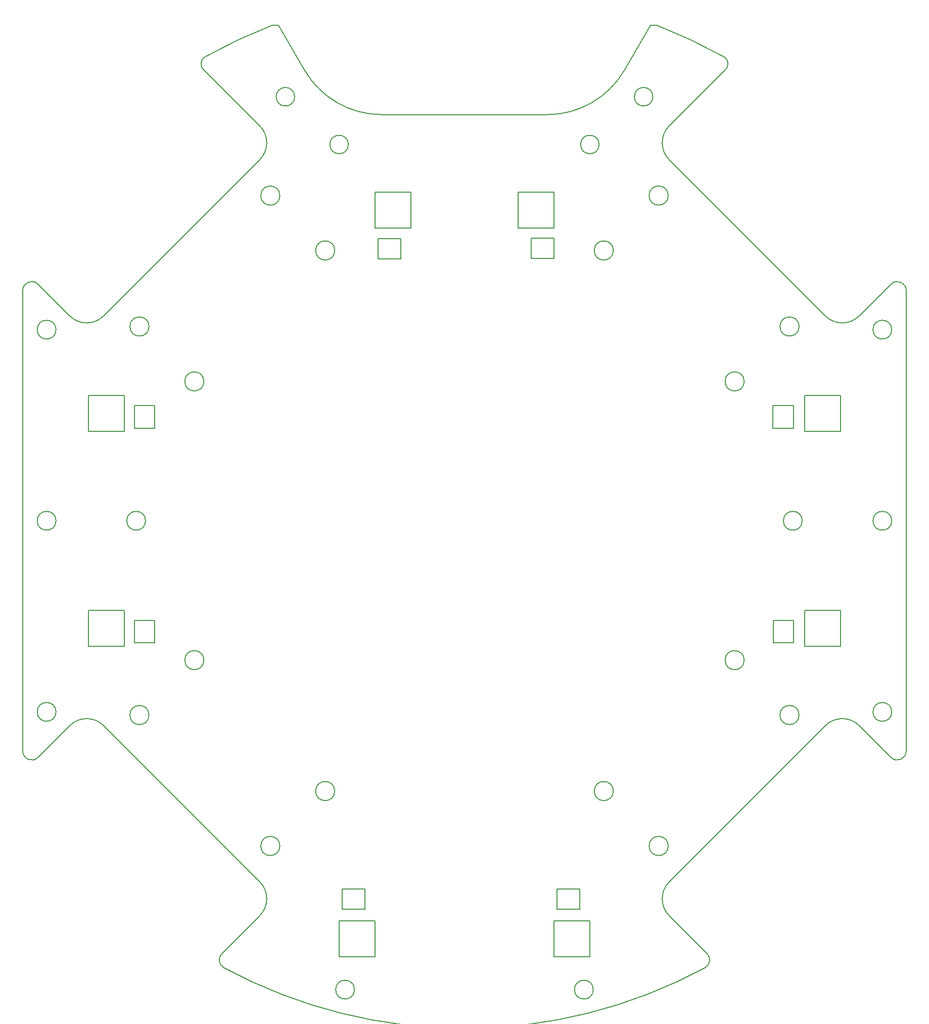
<source format=gm1>
%TF.GenerationSoftware,KiCad,Pcbnew,7.0.9*%
%TF.CreationDate,2024-01-03T16:13:27+08:00*%
%TF.ProjectId,bottom-rounded,626f7474-6f6d-42d7-926f-756e6465642e,rev?*%
%TF.SameCoordinates,Original*%
%TF.FileFunction,Profile,NP*%
%FSLAX46Y46*%
G04 Gerber Fmt 4.6, Leading zero omitted, Abs format (unit mm)*
G04 Created by KiCad (PCBNEW 7.0.9) date 2024-01-03 16:13:27*
%MOMM*%
%LPD*%
G01*
G04 APERTURE LIST*
%TA.AperFunction,Profile*%
%ADD10C,0.200000*%
%TD*%
%ADD11C,0.200000*%
%TA.AperFunction,Profile*%
%ADD12C,0.150000*%
%TD*%
G04 APERTURE END LIST*
D10*
X124294676Y-33885513D02*
G75*
G03*
X124294679Y-39542370I2828424J-2828427D01*
G01*
X161439327Y-139619548D02*
G75*
G03*
X164000000Y-138558875I1060673J1060648D01*
G01*
X18560660Y-139619535D02*
X23885516Y-134294679D01*
X27000000Y-121000000D02*
X27000000Y-115000000D01*
X114934524Y-54745166D02*
G75*
G03*
X114934524Y-54745166I-1600000J0D01*
G01*
X36575000Y-100000000D02*
G75*
G03*
X36575000Y-100000000I-1575000J0D01*
G01*
X161439340Y-60380465D02*
X156114484Y-65705321D01*
X99000000Y-51000000D02*
X99000000Y-45000000D01*
X27000000Y-79000000D02*
X33000000Y-79000000D01*
X23885516Y-65705321D02*
G75*
G03*
X29542370Y-65705321I2828427J2828426D01*
G01*
X130642065Y-172461870D02*
X124294679Y-166114484D01*
X111000000Y-167000000D02*
X111000000Y-173000000D01*
X156114484Y-134294679D02*
G75*
G03*
X150457630Y-134294679I-2828427J-2828426D01*
G01*
D11*
X45989429Y-23009539D02*
X46073919Y-22819760D01*
X46190066Y-22643338D01*
X46244074Y-22579821D01*
D10*
X146575000Y-100000000D02*
G75*
G03*
X146575000Y-100000000I-1575000J0D01*
G01*
X146047222Y-67473088D02*
G75*
G03*
X146047222Y-67473088I-1600000J0D01*
G01*
X46410953Y-24591148D02*
X55705321Y-33885516D01*
X37152778Y-132526912D02*
G75*
G03*
X37152778Y-132526912I-1600000J0D01*
G01*
X124294679Y-160457630D02*
X150457630Y-134294679D01*
X103839746Y-32000000D02*
G75*
G03*
X116830127Y-24500000I-6J15000010D01*
G01*
X49357903Y-172461838D02*
G75*
G03*
X49707552Y-174843293I1060697J-1060662D01*
G01*
X27000000Y-115000000D02*
X33000000Y-115000000D01*
X124294682Y-160457633D02*
G75*
G03*
X124294679Y-166114484I2828438J-2828427D01*
G01*
X68265476Y-54745166D02*
G75*
G03*
X68265476Y-54745166I-1600000J0D01*
G01*
X33000000Y-115000000D02*
X33000000Y-121000000D01*
X69000000Y-167000000D02*
X75000000Y-167000000D01*
X164000000Y-138558875D02*
X164000000Y-61441125D01*
X29542370Y-134294679D02*
X55705321Y-160457630D01*
X124294679Y-33885516D02*
X133589047Y-24591148D01*
D11*
X133257445Y-22219582D02*
X133432164Y-22320241D01*
X133605089Y-22439842D01*
X133752387Y-22575963D01*
X133798647Y-22629296D01*
D10*
X63169873Y-24500000D02*
X58839746Y-17000000D01*
X37152778Y-67473088D02*
G75*
G03*
X37152778Y-67473088I-1600000J0D01*
G01*
X161575000Y-68000000D02*
G75*
G03*
X161575000Y-68000000I-1575000J0D01*
G01*
X81000000Y-45000000D02*
X81000000Y-51000000D01*
X161575000Y-100000000D02*
G75*
G03*
X161575000Y-100000000I-1575000J0D01*
G01*
X147000000Y-115000000D02*
X153000000Y-115000000D01*
X21575000Y-132000000D02*
G75*
G03*
X21575000Y-132000000I-1575000J0D01*
G01*
X147000000Y-79000000D02*
X153000000Y-79000000D01*
X59073088Y-45552778D02*
G75*
G03*
X59073088Y-45552778I-1600000J0D01*
G01*
D11*
X45900429Y-23579729D02*
X45908873Y-23362941D01*
X45943124Y-23165423D01*
X45989429Y-23009539D01*
D10*
X156114484Y-134294679D02*
X161439340Y-139619535D01*
X46345166Y-76665476D02*
G75*
G03*
X46345166Y-76665476I-1600000J0D01*
G01*
X163999982Y-61441125D02*
G75*
G03*
X161439340Y-60380465I-1499982J25D01*
G01*
X75000000Y-51000000D02*
X75000000Y-45000000D01*
X68265476Y-145254834D02*
G75*
G03*
X68265476Y-145254834I-1600000J0D01*
G01*
X75000000Y-45000000D02*
X81000000Y-45000000D01*
X147000000Y-121000000D02*
X147000000Y-115000000D01*
X55705318Y-39542367D02*
G75*
G03*
X55705321Y-33885516I-2828438J2828427D01*
G01*
X121550000Y-29000000D02*
G75*
G03*
X121550000Y-29000000I-1550000J0D01*
G01*
X29542370Y-134294679D02*
G75*
G03*
X23885516Y-134294679I-2828427J-2828426D01*
G01*
X33000000Y-121000000D02*
X27000000Y-121000000D01*
X105000000Y-167000000D02*
X111000000Y-167000000D01*
X112550000Y-37000000D02*
G75*
G03*
X112550000Y-37000000I-1550000J0D01*
G01*
X57875243Y-16999999D02*
G75*
G03*
X46742555Y-22219582I32124157J-82998701D01*
G01*
X23885516Y-65705321D02*
X18560660Y-60380465D01*
D11*
X133798647Y-22629296D02*
X133914910Y-22799358D01*
X134000045Y-22980974D01*
X134026714Y-23057245D01*
D10*
X55705321Y-166114484D02*
X49357935Y-172461870D01*
X161575000Y-132000000D02*
G75*
G03*
X161575000Y-132000000I-1575000J0D01*
G01*
D11*
X133969176Y-24111124D02*
X133863779Y-24283954D01*
X133730031Y-24446106D01*
X133589047Y-24591148D01*
D10*
X103839746Y-32000000D02*
X76160254Y-32000000D01*
X153000000Y-121000000D02*
X147000000Y-121000000D01*
X63169874Y-24499999D02*
G75*
G03*
X76160254Y-32000000I12990376J7499989D01*
G01*
X136854834Y-76665476D02*
G75*
G03*
X136854834Y-76665476I-1600000J0D01*
G01*
D11*
X134096839Y-23633307D02*
X134067352Y-23835904D01*
X134003963Y-24035360D01*
X133969176Y-24111124D01*
D10*
X114934524Y-145254834D02*
G75*
G03*
X114934524Y-145254834I-1600000J0D01*
G01*
X21575000Y-68000000D02*
G75*
G03*
X21575000Y-68000000I-1575000J0D01*
G01*
X121160254Y-17000000D02*
X116830127Y-24500000D01*
X136854834Y-123334524D02*
G75*
G03*
X136854834Y-123334524I-1600000J0D01*
G01*
X18560666Y-60380459D02*
G75*
G03*
X16000000Y-61441125I-1060676J-1060631D01*
G01*
X16000018Y-138558875D02*
G75*
G03*
X18560660Y-139619535I1499982J-25D01*
G01*
X122124757Y-17000000D02*
X121160254Y-17000000D01*
X111000000Y-173000000D02*
X105000000Y-173000000D01*
X33000000Y-85000000D02*
X27000000Y-85000000D01*
X124126912Y-45552778D02*
G75*
G03*
X124126912Y-45552778I-1600000J0D01*
G01*
X133257446Y-22219580D02*
G75*
G03*
X122124757Y-17000000I-43257946J-77781520D01*
G01*
X99000000Y-45000000D02*
X105000000Y-45000000D01*
X130292437Y-174843273D02*
G75*
G03*
X130642064Y-172461871I-711137J1320773D01*
G01*
X70550000Y-37000000D02*
G75*
G03*
X70550000Y-37000000I-1550000J0D01*
G01*
X61550000Y-29000000D02*
G75*
G03*
X61550000Y-29000000I-1550000J0D01*
G01*
X16000000Y-61441125D02*
X16000000Y-138558875D01*
X71575000Y-178500000D02*
G75*
G03*
X71575000Y-178500000I-1575000J0D01*
G01*
X153000000Y-79000000D02*
X153000000Y-85000000D01*
X124126912Y-154447222D02*
G75*
G03*
X124126912Y-154447222I-1600000J0D01*
G01*
D11*
X46410953Y-24591148D02*
X46270366Y-24446516D01*
X46136616Y-24284451D01*
X46032089Y-24113630D01*
X46002181Y-24049829D01*
X134026714Y-23057245D02*
X134078087Y-23269261D01*
X134099106Y-23469775D01*
X134096839Y-23633307D01*
D10*
X49707552Y-174843294D02*
G75*
G03*
X130292448Y-174843294I40292448J74843295D01*
G01*
X153000000Y-85000000D02*
X147000000Y-85000000D01*
X146047222Y-132526912D02*
G75*
G03*
X146047222Y-132526912I-1600000J0D01*
G01*
X46345166Y-123334524D02*
G75*
G03*
X46345166Y-123334524I-1600000J0D01*
G01*
X111575000Y-178500000D02*
G75*
G03*
X111575000Y-178500000I-1575000J0D01*
G01*
X21575000Y-100000000D02*
G75*
G03*
X21575000Y-100000000I-1575000J0D01*
G01*
X105000000Y-173000000D02*
X105000000Y-167000000D01*
D11*
X46244074Y-22579821D02*
X46393203Y-22441157D01*
X46566746Y-22320891D01*
X46742555Y-22219582D01*
D10*
X33000000Y-79000000D02*
X33000000Y-85000000D01*
X150457630Y-65705321D02*
G75*
G03*
X156114484Y-65705321I2828427J2828426D01*
G01*
X81000000Y-51000000D02*
X75000000Y-51000000D01*
X55705324Y-166114487D02*
G75*
G03*
X55705321Y-160457630I-2828424J2828427D01*
G01*
X105000000Y-51000000D02*
X99000000Y-51000000D01*
X59073088Y-154447222D02*
G75*
G03*
X59073088Y-154447222I-1600000J0D01*
G01*
X75000000Y-167000000D02*
X75000000Y-173000000D01*
X58839746Y-17000000D02*
X57875243Y-17000000D01*
X147000000Y-85000000D02*
X147000000Y-79000000D01*
X153000000Y-115000000D02*
X153000000Y-121000000D01*
X55705321Y-39542370D02*
X29542370Y-65705321D01*
X75000000Y-173000000D02*
X69000000Y-173000000D01*
D11*
X46002181Y-24049829D02*
X45937250Y-23856036D01*
X45903914Y-23643927D01*
X45900429Y-23579729D01*
D10*
X69000000Y-173000000D02*
X69000000Y-167000000D01*
X150457630Y-65705321D02*
X124294679Y-39542370D01*
X105000000Y-45000000D02*
X105000000Y-51000000D01*
X27000000Y-85000000D02*
X27000000Y-79000000D01*
D12*
%TO.C,D4*%
X69539500Y-161633000D02*
X69539500Y-165033000D01*
X73339500Y-161633000D02*
X69539500Y-161633000D01*
X73339500Y-161633000D02*
X73339500Y-165033000D01*
X73339500Y-165033000D02*
X69539500Y-165033000D01*
%TO.C,D3*%
X38138000Y-116656500D02*
X34738000Y-116656500D01*
X38138000Y-120456500D02*
X38138000Y-116656500D01*
X38138000Y-120456500D02*
X34738000Y-120456500D01*
X34738000Y-120456500D02*
X34738000Y-116656500D01*
%TO.C,D1*%
X79304500Y-56172000D02*
X79304500Y-52772000D01*
X75504500Y-56172000D02*
X79304500Y-56172000D01*
X75504500Y-56172000D02*
X75504500Y-52772000D01*
X75504500Y-52772000D02*
X79304500Y-52772000D01*
%TO.C,D6*%
X141683000Y-84522000D02*
X145083000Y-84522000D01*
X141683000Y-80722000D02*
X141683000Y-84522000D01*
X141683000Y-80722000D02*
X145083000Y-80722000D01*
X145083000Y-80722000D02*
X145083000Y-84522000D01*
%TO.C,D2*%
X38138000Y-80715500D02*
X34738000Y-80715500D01*
X38138000Y-84515500D02*
X38138000Y-80715500D01*
X38138000Y-84515500D02*
X34738000Y-84515500D01*
X34738000Y-84515500D02*
X34738000Y-80715500D01*
%TO.C,D8*%
X105480500Y-161633000D02*
X105480500Y-165033000D01*
X109280500Y-161633000D02*
X105480500Y-161633000D01*
X109280500Y-161633000D02*
X109280500Y-165033000D01*
X109280500Y-165033000D02*
X105480500Y-165033000D01*
%TO.C,D7*%
X141694000Y-120452500D02*
X145094000Y-120452500D01*
X141694000Y-116652500D02*
X141694000Y-120452500D01*
X141694000Y-116652500D02*
X145094000Y-116652500D01*
X145094000Y-116652500D02*
X145094000Y-120452500D01*
%TO.C,D5*%
X104969000Y-56056000D02*
X104969000Y-52656000D01*
X101169000Y-56056000D02*
X104969000Y-56056000D01*
X101169000Y-56056000D02*
X101169000Y-52656000D01*
X101169000Y-52656000D02*
X104969000Y-52656000D01*
%TD*%
M02*

</source>
